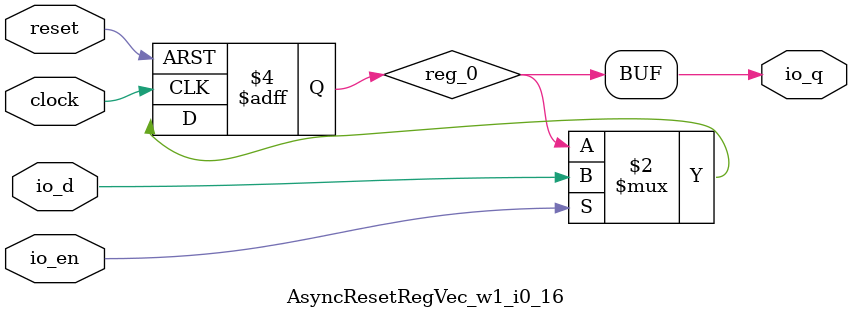
<source format=sv>
`ifndef RANDOMIZE
  `ifdef RANDOMIZE_MEM_INIT
    `define RANDOMIZE
  `endif // RANDOMIZE_MEM_INIT
`endif // not def RANDOMIZE
`ifndef RANDOMIZE
  `ifdef RANDOMIZE_REG_INIT
    `define RANDOMIZE
  `endif // RANDOMIZE_REG_INIT
`endif // not def RANDOMIZE

`ifndef RANDOM
  `define RANDOM $random
`endif // not def RANDOM

// Users can define INIT_RANDOM as general code that gets injected into the
// initializer block for modules with registers.
`ifndef INIT_RANDOM
  `define INIT_RANDOM
`endif // not def INIT_RANDOM

// If using random initialization, you can also define RANDOMIZE_DELAY to
// customize the delay used, otherwise 0.002 is used.
`ifndef RANDOMIZE_DELAY
  `define RANDOMIZE_DELAY 0.002
`endif // not def RANDOMIZE_DELAY

// Define INIT_RANDOM_PROLOG_ for use in our modules below.
`ifndef INIT_RANDOM_PROLOG_
  `ifdef RANDOMIZE
    `ifdef VERILATOR
      `define INIT_RANDOM_PROLOG_ `INIT_RANDOM
    `else  // VERILATOR
      `define INIT_RANDOM_PROLOG_ `INIT_RANDOM #`RANDOMIZE_DELAY begin end
    `endif // VERILATOR
  `else  // RANDOMIZE
    `define INIT_RANDOM_PROLOG_
  `endif // RANDOMIZE
`endif // not def INIT_RANDOM_PROLOG_

// Include register initializers in init blocks unless synthesis is set
`ifndef SYNTHESIS
  `ifndef ENABLE_INITIAL_REG_
    `define ENABLE_INITIAL_REG_
  `endif // not def ENABLE_INITIAL_REG_
`endif // not def SYNTHESIS

// Include rmemory initializers in init blocks unless synthesis is set
`ifndef SYNTHESIS
  `ifndef ENABLE_INITIAL_MEM_
    `define ENABLE_INITIAL_MEM_
  `endif // not def ENABLE_INITIAL_MEM_
`endif // not def SYNTHESIS

// Standard header to adapt well known macros for prints and assertions.

// Users can define 'PRINTF_COND' to add an extra gate to prints.
`ifndef PRINTF_COND_
  `ifdef PRINTF_COND
    `define PRINTF_COND_ (`PRINTF_COND)
  `else  // PRINTF_COND
    `define PRINTF_COND_ 1
  `endif // PRINTF_COND
`endif // not def PRINTF_COND_

// Users can define 'ASSERT_VERBOSE_COND' to add an extra gate to assert error printing.
`ifndef ASSERT_VERBOSE_COND_
  `ifdef ASSERT_VERBOSE_COND
    `define ASSERT_VERBOSE_COND_ (`ASSERT_VERBOSE_COND)
  `else  // ASSERT_VERBOSE_COND
    `define ASSERT_VERBOSE_COND_ 1
  `endif // ASSERT_VERBOSE_COND
`endif // not def ASSERT_VERBOSE_COND_

// Users can define 'STOP_COND' to add an extra gate to stop conditions.
`ifndef STOP_COND_
  `ifdef STOP_COND
    `define STOP_COND_ (`STOP_COND)
  `else  // STOP_COND
    `define STOP_COND_ 1
  `endif // STOP_COND
`endif // not def STOP_COND_

module AsyncResetRegVec_w1_i0_16(
  input  clock,
         reset,
         io_d,	// @[generators/rocket-chip/src/main/scala/util/AsyncResetReg.scala:59:14]
  output io_q,	// @[generators/rocket-chip/src/main/scala/util/AsyncResetReg.scala:59:14]
  input  io_en	// @[generators/rocket-chip/src/main/scala/util/AsyncResetReg.scala:59:14]
);

  reg reg_0;	// @[generators/rocket-chip/src/main/scala/util/AsyncResetReg.scala:61:50]
  always @(posedge clock or posedge reset) begin
    if (reset)
      reg_0 <= 1'h0;	// @[generators/rocket-chip/src/main/scala/util/AsyncResetReg.scala:61:50]
    else if (io_en)	// @[generators/rocket-chip/src/main/scala/util/AsyncResetReg.scala:59:14]
      reg_0 <= io_d;	// @[generators/rocket-chip/src/main/scala/util/AsyncResetReg.scala:61:50]
  end // always @(posedge, posedge)
  `ifdef ENABLE_INITIAL_REG_
    `ifdef FIRRTL_BEFORE_INITIAL
      `FIRRTL_BEFORE_INITIAL
    `endif // FIRRTL_BEFORE_INITIAL
    logic [31:0] _RANDOM[0:0];
    initial begin
      `ifdef INIT_RANDOM_PROLOG_
        `INIT_RANDOM_PROLOG_
      `endif // INIT_RANDOM_PROLOG_
      `ifdef RANDOMIZE_REG_INIT
        _RANDOM[/*Zero width*/ 1'b0] = `RANDOM;
        reg_0 = _RANDOM[/*Zero width*/ 1'b0][0];	// @[generators/rocket-chip/src/main/scala/util/AsyncResetReg.scala:61:50]
      `endif // RANDOMIZE_REG_INIT
      if (reset)
        reg_0 = 1'h0;	// @[generators/rocket-chip/src/main/scala/util/AsyncResetReg.scala:61:50]
    end // initial
    `ifdef FIRRTL_AFTER_INITIAL
      `FIRRTL_AFTER_INITIAL
    `endif // FIRRTL_AFTER_INITIAL
  `endif // ENABLE_INITIAL_REG_
  assign io_q = reg_0;	// @[generators/rocket-chip/src/main/scala/util/AsyncResetReg.scala:61:50]
endmodule


</source>
